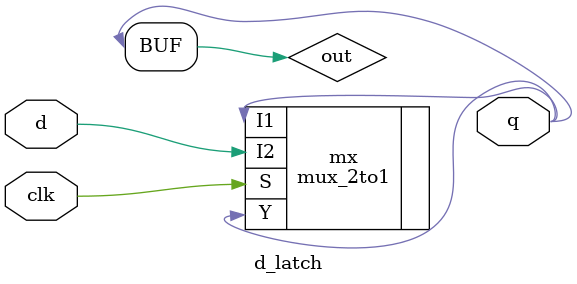
<source format=v>
`timescale 1ns / 1ps


module d_latch(
    input d,
    input clk,
    output q
    );
    wire out;
    mux_2to1 mx(.I1(q), .I2(d), .S(clk), .Y(out));
    assign q = out;
endmodule

</source>
